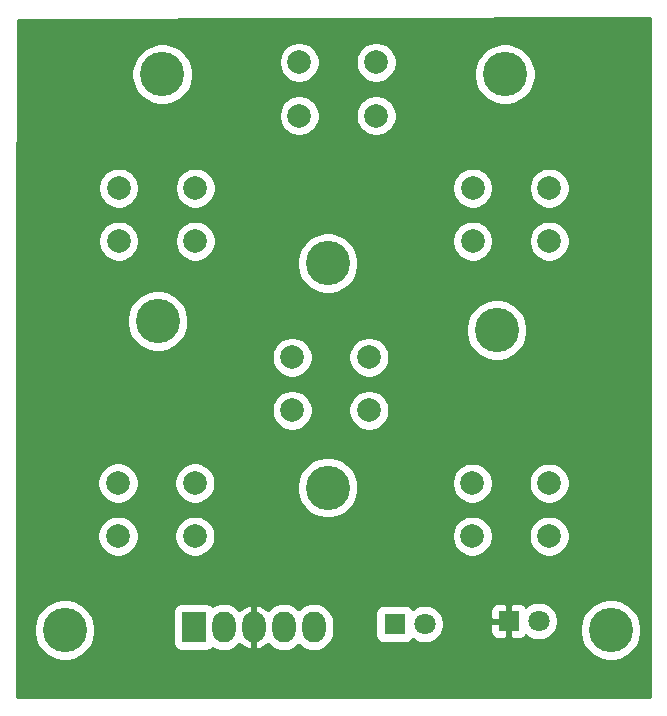
<source format=gbr>
G04 #@! TF.GenerationSoftware,KiCad,Pcbnew,5.1.2-f72e74a~84~ubuntu18.04.1*
G04 #@! TF.CreationDate,2019-09-12T15:37:42-03:00*
G04 #@! TF.ProjectId,teclado_contador_geiger,7465636c-6164-46f5-9f63-6f6e7461646f,rev?*
G04 #@! TF.SameCoordinates,Original*
G04 #@! TF.FileFunction,Copper,L1,Top*
G04 #@! TF.FilePolarity,Positive*
%FSLAX46Y46*%
G04 Gerber Fmt 4.6, Leading zero omitted, Abs format (unit mm)*
G04 Created by KiCad (PCBNEW 5.1.2-f72e74a~84~ubuntu18.04.1) date 2019-09-12 15:37:42*
%MOMM*%
%LPD*%
G04 APERTURE LIST*
%ADD10C,2.000000*%
%ADD11R,1.800000X1.800000*%
%ADD12C,1.800000*%
%ADD13R,2.000000X2.600000*%
%ADD14O,2.000000X2.600000*%
%ADD15C,3.746000*%
%ADD16C,0.254000*%
G04 APERTURE END LIST*
D10*
X135500000Y-75968000D03*
X135500000Y-80468000D03*
X129000000Y-75968000D03*
X129000000Y-80468000D03*
X150754000Y-86618000D03*
X150754000Y-91118000D03*
X144254000Y-86618000D03*
X144254000Y-91118000D03*
D11*
X137668000Y-98552000D03*
D12*
X140208000Y-98552000D03*
D10*
X114254000Y-91114000D03*
X114254000Y-86614000D03*
X120754000Y-91114000D03*
X120754000Y-86614000D03*
X144270000Y-66142000D03*
X144270000Y-61642000D03*
X150770000Y-66142000D03*
X150770000Y-61642000D03*
X129600000Y-55500000D03*
X129600000Y-51000000D03*
X136100000Y-55500000D03*
X136100000Y-51000000D03*
X114300000Y-66142000D03*
X114300000Y-61642000D03*
X120800000Y-66142000D03*
X120800000Y-61642000D03*
D11*
X147320000Y-98298000D03*
D12*
X149860000Y-98298000D03*
D13*
X120650000Y-98806000D03*
D14*
X123190000Y-98806000D03*
X125730000Y-98806000D03*
X128270000Y-98806000D03*
X130810000Y-98806000D03*
D15*
X109728000Y-99060000D03*
X132000000Y-68000000D03*
X147000000Y-52000000D03*
X155956000Y-99060000D03*
X117602000Y-72898000D03*
X146304000Y-73660000D03*
X118000000Y-52000000D03*
X132000000Y-87000000D03*
D16*
G36*
X159265001Y-104769000D02*
G01*
X105735000Y-104769000D01*
X105735000Y-98802977D01*
X107118400Y-98802977D01*
X107118400Y-99317023D01*
X107218685Y-99821192D01*
X107415402Y-100296109D01*
X107700991Y-100723523D01*
X108064477Y-101087009D01*
X108491891Y-101372598D01*
X108966808Y-101569315D01*
X109470977Y-101669600D01*
X109985023Y-101669600D01*
X110489192Y-101569315D01*
X110964109Y-101372598D01*
X111391523Y-101087009D01*
X111755009Y-100723523D01*
X112040598Y-100296109D01*
X112237315Y-99821192D01*
X112337600Y-99317023D01*
X112337600Y-98802977D01*
X112237315Y-98298808D01*
X112040598Y-97823891D01*
X111828190Y-97506000D01*
X118909836Y-97506000D01*
X118909836Y-100106000D01*
X118924058Y-100250399D01*
X118966178Y-100389249D01*
X119034576Y-100517213D01*
X119126625Y-100629375D01*
X119238787Y-100721424D01*
X119366751Y-100789822D01*
X119505601Y-100831942D01*
X119650000Y-100846164D01*
X121650000Y-100846164D01*
X121794399Y-100831942D01*
X121933249Y-100789822D01*
X122061213Y-100721424D01*
X122173375Y-100629375D01*
X122229087Y-100561490D01*
X122522218Y-100718172D01*
X122849568Y-100817472D01*
X123190000Y-100851002D01*
X123530433Y-100817472D01*
X123857783Y-100718172D01*
X124159471Y-100556916D01*
X124423903Y-100339903D01*
X124529126Y-100211688D01*
X124663683Y-100351922D01*
X124927239Y-100536010D01*
X125221645Y-100665144D01*
X125349566Y-100696124D01*
X125603000Y-100576777D01*
X125603000Y-98933000D01*
X125583000Y-98933000D01*
X125583000Y-98679000D01*
X125603000Y-98679000D01*
X125603000Y-97035223D01*
X125857000Y-97035223D01*
X125857000Y-98679000D01*
X125877000Y-98679000D01*
X125877000Y-98933000D01*
X125857000Y-98933000D01*
X125857000Y-100576777D01*
X126110434Y-100696124D01*
X126238355Y-100665144D01*
X126532761Y-100536010D01*
X126796317Y-100351922D01*
X126930874Y-100211688D01*
X127036097Y-100339903D01*
X127300530Y-100556916D01*
X127602218Y-100718172D01*
X127929568Y-100817472D01*
X128270000Y-100851002D01*
X128610433Y-100817472D01*
X128937783Y-100718172D01*
X129239471Y-100556916D01*
X129503903Y-100339903D01*
X129540000Y-100295919D01*
X129576097Y-100339903D01*
X129840530Y-100556916D01*
X130142218Y-100718172D01*
X130469568Y-100817472D01*
X130810000Y-100851002D01*
X131150433Y-100817472D01*
X131477783Y-100718172D01*
X131779471Y-100556916D01*
X132043903Y-100339903D01*
X132260916Y-100075471D01*
X132422172Y-99773783D01*
X132521472Y-99446432D01*
X132546600Y-99191305D01*
X132546600Y-98420694D01*
X132521472Y-98165567D01*
X132422172Y-97838217D01*
X132322637Y-97652000D01*
X136027836Y-97652000D01*
X136027836Y-99452000D01*
X136042058Y-99596399D01*
X136084178Y-99735249D01*
X136152576Y-99863213D01*
X136244625Y-99975375D01*
X136356787Y-100067424D01*
X136484751Y-100135822D01*
X136623601Y-100177942D01*
X136768000Y-100192164D01*
X138568000Y-100192164D01*
X138712399Y-100177942D01*
X138851249Y-100135822D01*
X138979213Y-100067424D01*
X139091375Y-99975375D01*
X139183424Y-99863213D01*
X139194251Y-99842957D01*
X139432779Y-100002336D01*
X139730621Y-100125707D01*
X140046809Y-100188600D01*
X140369191Y-100188600D01*
X140685379Y-100125707D01*
X140983221Y-100002336D01*
X141251272Y-99823230D01*
X141479230Y-99595272D01*
X141658336Y-99327221D01*
X141711861Y-99198000D01*
X145781928Y-99198000D01*
X145794188Y-99322482D01*
X145830498Y-99442180D01*
X145889463Y-99552494D01*
X145968815Y-99649185D01*
X146065506Y-99728537D01*
X146175820Y-99787502D01*
X146295518Y-99823812D01*
X146420000Y-99836072D01*
X147034250Y-99833000D01*
X147193000Y-99674250D01*
X147193000Y-98425000D01*
X145943750Y-98425000D01*
X145785000Y-98583750D01*
X145781928Y-99198000D01*
X141711861Y-99198000D01*
X141781707Y-99029379D01*
X141844600Y-98713191D01*
X141844600Y-98390809D01*
X141781707Y-98074621D01*
X141658336Y-97776779D01*
X141479230Y-97508728D01*
X141368502Y-97398000D01*
X145781928Y-97398000D01*
X145785000Y-98012250D01*
X145943750Y-98171000D01*
X147193000Y-98171000D01*
X147193000Y-96921750D01*
X147447000Y-96921750D01*
X147447000Y-98171000D01*
X147467000Y-98171000D01*
X147467000Y-98425000D01*
X147447000Y-98425000D01*
X147447000Y-99674250D01*
X147605750Y-99833000D01*
X148220000Y-99836072D01*
X148344482Y-99823812D01*
X148464180Y-99787502D01*
X148574494Y-99728537D01*
X148671185Y-99649185D01*
X148750537Y-99552494D01*
X148767764Y-99520266D01*
X148816728Y-99569230D01*
X149084779Y-99748336D01*
X149382621Y-99871707D01*
X149698809Y-99934600D01*
X150021191Y-99934600D01*
X150337379Y-99871707D01*
X150635221Y-99748336D01*
X150903272Y-99569230D01*
X151131230Y-99341272D01*
X151310336Y-99073221D01*
X151422275Y-98802977D01*
X153346400Y-98802977D01*
X153346400Y-99317023D01*
X153446685Y-99821192D01*
X153643402Y-100296109D01*
X153928991Y-100723523D01*
X154292477Y-101087009D01*
X154719891Y-101372598D01*
X155194808Y-101569315D01*
X155698977Y-101669600D01*
X156213023Y-101669600D01*
X156717192Y-101569315D01*
X157192109Y-101372598D01*
X157619523Y-101087009D01*
X157983009Y-100723523D01*
X158268598Y-100296109D01*
X158465315Y-99821192D01*
X158565600Y-99317023D01*
X158565600Y-98802977D01*
X158465315Y-98298808D01*
X158268598Y-97823891D01*
X157983009Y-97396477D01*
X157619523Y-97032991D01*
X157192109Y-96747402D01*
X156717192Y-96550685D01*
X156213023Y-96450400D01*
X155698977Y-96450400D01*
X155194808Y-96550685D01*
X154719891Y-96747402D01*
X154292477Y-97032991D01*
X153928991Y-97396477D01*
X153643402Y-97823891D01*
X153446685Y-98298808D01*
X153346400Y-98802977D01*
X151422275Y-98802977D01*
X151433707Y-98775379D01*
X151496600Y-98459191D01*
X151496600Y-98136809D01*
X151433707Y-97820621D01*
X151310336Y-97522779D01*
X151131230Y-97254728D01*
X150903272Y-97026770D01*
X150635221Y-96847664D01*
X150337379Y-96724293D01*
X150021191Y-96661400D01*
X149698809Y-96661400D01*
X149382621Y-96724293D01*
X149084779Y-96847664D01*
X148816728Y-97026770D01*
X148767764Y-97075734D01*
X148750537Y-97043506D01*
X148671185Y-96946815D01*
X148574494Y-96867463D01*
X148464180Y-96808498D01*
X148344482Y-96772188D01*
X148220000Y-96759928D01*
X147605750Y-96763000D01*
X147447000Y-96921750D01*
X147193000Y-96921750D01*
X147034250Y-96763000D01*
X146420000Y-96759928D01*
X146295518Y-96772188D01*
X146175820Y-96808498D01*
X146065506Y-96867463D01*
X145968815Y-96946815D01*
X145889463Y-97043506D01*
X145830498Y-97153820D01*
X145794188Y-97273518D01*
X145781928Y-97398000D01*
X141368502Y-97398000D01*
X141251272Y-97280770D01*
X140983221Y-97101664D01*
X140685379Y-96978293D01*
X140369191Y-96915400D01*
X140046809Y-96915400D01*
X139730621Y-96978293D01*
X139432779Y-97101664D01*
X139194251Y-97261043D01*
X139183424Y-97240787D01*
X139091375Y-97128625D01*
X138979213Y-97036576D01*
X138851249Y-96968178D01*
X138712399Y-96926058D01*
X138568000Y-96911836D01*
X136768000Y-96911836D01*
X136623601Y-96926058D01*
X136484751Y-96968178D01*
X136356787Y-97036576D01*
X136244625Y-97128625D01*
X136152576Y-97240787D01*
X136084178Y-97368751D01*
X136042058Y-97507601D01*
X136027836Y-97652000D01*
X132322637Y-97652000D01*
X132260916Y-97536529D01*
X132043903Y-97272097D01*
X131779470Y-97055084D01*
X131477782Y-96893828D01*
X131150432Y-96794528D01*
X130810000Y-96760998D01*
X130469567Y-96794528D01*
X130142217Y-96893828D01*
X129840529Y-97055084D01*
X129576097Y-97272097D01*
X129540000Y-97316082D01*
X129503903Y-97272097D01*
X129239470Y-97055084D01*
X128937782Y-96893828D01*
X128610432Y-96794528D01*
X128270000Y-96760998D01*
X127929567Y-96794528D01*
X127602217Y-96893828D01*
X127300529Y-97055084D01*
X127036097Y-97272097D01*
X126930874Y-97400312D01*
X126796317Y-97260078D01*
X126532761Y-97075990D01*
X126238355Y-96946856D01*
X126110434Y-96915876D01*
X125857000Y-97035223D01*
X125603000Y-97035223D01*
X125349566Y-96915876D01*
X125221645Y-96946856D01*
X124927239Y-97075990D01*
X124663683Y-97260078D01*
X124529126Y-97400312D01*
X124423903Y-97272097D01*
X124159470Y-97055084D01*
X123857782Y-96893828D01*
X123530432Y-96794528D01*
X123190000Y-96760998D01*
X122849567Y-96794528D01*
X122522217Y-96893828D01*
X122229087Y-97050510D01*
X122173375Y-96982625D01*
X122061213Y-96890576D01*
X121933249Y-96822178D01*
X121794399Y-96780058D01*
X121650000Y-96765836D01*
X119650000Y-96765836D01*
X119505601Y-96780058D01*
X119366751Y-96822178D01*
X119238787Y-96890576D01*
X119126625Y-96982625D01*
X119034576Y-97094787D01*
X118966178Y-97222751D01*
X118924058Y-97361601D01*
X118909836Y-97506000D01*
X111828190Y-97506000D01*
X111755009Y-97396477D01*
X111391523Y-97032991D01*
X110964109Y-96747402D01*
X110489192Y-96550685D01*
X109985023Y-96450400D01*
X109470977Y-96450400D01*
X108966808Y-96550685D01*
X108491891Y-96747402D01*
X108064477Y-97032991D01*
X107700991Y-97396477D01*
X107415402Y-97823891D01*
X107218685Y-98298808D01*
X107118400Y-98802977D01*
X105735000Y-98802977D01*
X105735000Y-90942960D01*
X112517400Y-90942960D01*
X112517400Y-91285040D01*
X112584136Y-91620548D01*
X112715045Y-91936589D01*
X112905094Y-92221018D01*
X113146982Y-92462906D01*
X113431411Y-92652955D01*
X113747452Y-92783864D01*
X114082960Y-92850600D01*
X114425040Y-92850600D01*
X114760548Y-92783864D01*
X115076589Y-92652955D01*
X115361018Y-92462906D01*
X115602906Y-92221018D01*
X115792955Y-91936589D01*
X115923864Y-91620548D01*
X115990600Y-91285040D01*
X115990600Y-90942960D01*
X119017400Y-90942960D01*
X119017400Y-91285040D01*
X119084136Y-91620548D01*
X119215045Y-91936589D01*
X119405094Y-92221018D01*
X119646982Y-92462906D01*
X119931411Y-92652955D01*
X120247452Y-92783864D01*
X120582960Y-92850600D01*
X120925040Y-92850600D01*
X121260548Y-92783864D01*
X121576589Y-92652955D01*
X121861018Y-92462906D01*
X122102906Y-92221018D01*
X122292955Y-91936589D01*
X122423864Y-91620548D01*
X122490600Y-91285040D01*
X122490600Y-90946960D01*
X142517400Y-90946960D01*
X142517400Y-91289040D01*
X142584136Y-91624548D01*
X142715045Y-91940589D01*
X142905094Y-92225018D01*
X143146982Y-92466906D01*
X143431411Y-92656955D01*
X143747452Y-92787864D01*
X144082960Y-92854600D01*
X144425040Y-92854600D01*
X144760548Y-92787864D01*
X145076589Y-92656955D01*
X145361018Y-92466906D01*
X145602906Y-92225018D01*
X145792955Y-91940589D01*
X145923864Y-91624548D01*
X145990600Y-91289040D01*
X145990600Y-90946960D01*
X149017400Y-90946960D01*
X149017400Y-91289040D01*
X149084136Y-91624548D01*
X149215045Y-91940589D01*
X149405094Y-92225018D01*
X149646982Y-92466906D01*
X149931411Y-92656955D01*
X150247452Y-92787864D01*
X150582960Y-92854600D01*
X150925040Y-92854600D01*
X151260548Y-92787864D01*
X151576589Y-92656955D01*
X151861018Y-92466906D01*
X152102906Y-92225018D01*
X152292955Y-91940589D01*
X152423864Y-91624548D01*
X152490600Y-91289040D01*
X152490600Y-90946960D01*
X152423864Y-90611452D01*
X152292955Y-90295411D01*
X152102906Y-90010982D01*
X151861018Y-89769094D01*
X151576589Y-89579045D01*
X151260548Y-89448136D01*
X150925040Y-89381400D01*
X150582960Y-89381400D01*
X150247452Y-89448136D01*
X149931411Y-89579045D01*
X149646982Y-89769094D01*
X149405094Y-90010982D01*
X149215045Y-90295411D01*
X149084136Y-90611452D01*
X149017400Y-90946960D01*
X145990600Y-90946960D01*
X145923864Y-90611452D01*
X145792955Y-90295411D01*
X145602906Y-90010982D01*
X145361018Y-89769094D01*
X145076589Y-89579045D01*
X144760548Y-89448136D01*
X144425040Y-89381400D01*
X144082960Y-89381400D01*
X143747452Y-89448136D01*
X143431411Y-89579045D01*
X143146982Y-89769094D01*
X142905094Y-90010982D01*
X142715045Y-90295411D01*
X142584136Y-90611452D01*
X142517400Y-90946960D01*
X122490600Y-90946960D01*
X122490600Y-90942960D01*
X122423864Y-90607452D01*
X122292955Y-90291411D01*
X122102906Y-90006982D01*
X121861018Y-89765094D01*
X121576589Y-89575045D01*
X121260548Y-89444136D01*
X120925040Y-89377400D01*
X120582960Y-89377400D01*
X120247452Y-89444136D01*
X119931411Y-89575045D01*
X119646982Y-89765094D01*
X119405094Y-90006982D01*
X119215045Y-90291411D01*
X119084136Y-90607452D01*
X119017400Y-90942960D01*
X115990600Y-90942960D01*
X115923864Y-90607452D01*
X115792955Y-90291411D01*
X115602906Y-90006982D01*
X115361018Y-89765094D01*
X115076589Y-89575045D01*
X114760548Y-89444136D01*
X114425040Y-89377400D01*
X114082960Y-89377400D01*
X113747452Y-89444136D01*
X113431411Y-89575045D01*
X113146982Y-89765094D01*
X112905094Y-90006982D01*
X112715045Y-90291411D01*
X112584136Y-90607452D01*
X112517400Y-90942960D01*
X105735000Y-90942960D01*
X105735000Y-86442960D01*
X112517400Y-86442960D01*
X112517400Y-86785040D01*
X112584136Y-87120548D01*
X112715045Y-87436589D01*
X112905094Y-87721018D01*
X113146982Y-87962906D01*
X113431411Y-88152955D01*
X113747452Y-88283864D01*
X114082960Y-88350600D01*
X114425040Y-88350600D01*
X114760548Y-88283864D01*
X115076589Y-88152955D01*
X115361018Y-87962906D01*
X115602906Y-87721018D01*
X115792955Y-87436589D01*
X115923864Y-87120548D01*
X115990600Y-86785040D01*
X115990600Y-86442960D01*
X119017400Y-86442960D01*
X119017400Y-86785040D01*
X119084136Y-87120548D01*
X119215045Y-87436589D01*
X119405094Y-87721018D01*
X119646982Y-87962906D01*
X119931411Y-88152955D01*
X120247452Y-88283864D01*
X120582960Y-88350600D01*
X120925040Y-88350600D01*
X121260548Y-88283864D01*
X121576589Y-88152955D01*
X121861018Y-87962906D01*
X122102906Y-87721018D01*
X122292955Y-87436589D01*
X122423864Y-87120548D01*
X122490600Y-86785040D01*
X122490600Y-86742977D01*
X129390400Y-86742977D01*
X129390400Y-87257023D01*
X129490685Y-87761192D01*
X129687402Y-88236109D01*
X129972991Y-88663523D01*
X130336477Y-89027009D01*
X130763891Y-89312598D01*
X131238808Y-89509315D01*
X131742977Y-89609600D01*
X132257023Y-89609600D01*
X132761192Y-89509315D01*
X133236109Y-89312598D01*
X133663523Y-89027009D01*
X134027009Y-88663523D01*
X134312598Y-88236109D01*
X134509315Y-87761192D01*
X134609600Y-87257023D01*
X134609600Y-86742977D01*
X134550719Y-86446960D01*
X142517400Y-86446960D01*
X142517400Y-86789040D01*
X142584136Y-87124548D01*
X142715045Y-87440589D01*
X142905094Y-87725018D01*
X143146982Y-87966906D01*
X143431411Y-88156955D01*
X143747452Y-88287864D01*
X144082960Y-88354600D01*
X144425040Y-88354600D01*
X144760548Y-88287864D01*
X145076589Y-88156955D01*
X145361018Y-87966906D01*
X145602906Y-87725018D01*
X145792955Y-87440589D01*
X145923864Y-87124548D01*
X145990600Y-86789040D01*
X145990600Y-86446960D01*
X149017400Y-86446960D01*
X149017400Y-86789040D01*
X149084136Y-87124548D01*
X149215045Y-87440589D01*
X149405094Y-87725018D01*
X149646982Y-87966906D01*
X149931411Y-88156955D01*
X150247452Y-88287864D01*
X150582960Y-88354600D01*
X150925040Y-88354600D01*
X151260548Y-88287864D01*
X151576589Y-88156955D01*
X151861018Y-87966906D01*
X152102906Y-87725018D01*
X152292955Y-87440589D01*
X152423864Y-87124548D01*
X152490600Y-86789040D01*
X152490600Y-86446960D01*
X152423864Y-86111452D01*
X152292955Y-85795411D01*
X152102906Y-85510982D01*
X151861018Y-85269094D01*
X151576589Y-85079045D01*
X151260548Y-84948136D01*
X150925040Y-84881400D01*
X150582960Y-84881400D01*
X150247452Y-84948136D01*
X149931411Y-85079045D01*
X149646982Y-85269094D01*
X149405094Y-85510982D01*
X149215045Y-85795411D01*
X149084136Y-86111452D01*
X149017400Y-86446960D01*
X145990600Y-86446960D01*
X145923864Y-86111452D01*
X145792955Y-85795411D01*
X145602906Y-85510982D01*
X145361018Y-85269094D01*
X145076589Y-85079045D01*
X144760548Y-84948136D01*
X144425040Y-84881400D01*
X144082960Y-84881400D01*
X143747452Y-84948136D01*
X143431411Y-85079045D01*
X143146982Y-85269094D01*
X142905094Y-85510982D01*
X142715045Y-85795411D01*
X142584136Y-86111452D01*
X142517400Y-86446960D01*
X134550719Y-86446960D01*
X134509315Y-86238808D01*
X134312598Y-85763891D01*
X134027009Y-85336477D01*
X133663523Y-84972991D01*
X133236109Y-84687402D01*
X132761192Y-84490685D01*
X132257023Y-84390400D01*
X131742977Y-84390400D01*
X131238808Y-84490685D01*
X130763891Y-84687402D01*
X130336477Y-84972991D01*
X129972991Y-85336477D01*
X129687402Y-85763891D01*
X129490685Y-86238808D01*
X129390400Y-86742977D01*
X122490600Y-86742977D01*
X122490600Y-86442960D01*
X122423864Y-86107452D01*
X122292955Y-85791411D01*
X122102906Y-85506982D01*
X121861018Y-85265094D01*
X121576589Y-85075045D01*
X121260548Y-84944136D01*
X120925040Y-84877400D01*
X120582960Y-84877400D01*
X120247452Y-84944136D01*
X119931411Y-85075045D01*
X119646982Y-85265094D01*
X119405094Y-85506982D01*
X119215045Y-85791411D01*
X119084136Y-86107452D01*
X119017400Y-86442960D01*
X115990600Y-86442960D01*
X115923864Y-86107452D01*
X115792955Y-85791411D01*
X115602906Y-85506982D01*
X115361018Y-85265094D01*
X115076589Y-85075045D01*
X114760548Y-84944136D01*
X114425040Y-84877400D01*
X114082960Y-84877400D01*
X113747452Y-84944136D01*
X113431411Y-85075045D01*
X113146982Y-85265094D01*
X112905094Y-85506982D01*
X112715045Y-85791411D01*
X112584136Y-86107452D01*
X112517400Y-86442960D01*
X105735000Y-86442960D01*
X105735000Y-80296960D01*
X127263400Y-80296960D01*
X127263400Y-80639040D01*
X127330136Y-80974548D01*
X127461045Y-81290589D01*
X127651094Y-81575018D01*
X127892982Y-81816906D01*
X128177411Y-82006955D01*
X128493452Y-82137864D01*
X128828960Y-82204600D01*
X129171040Y-82204600D01*
X129506548Y-82137864D01*
X129822589Y-82006955D01*
X130107018Y-81816906D01*
X130348906Y-81575018D01*
X130538955Y-81290589D01*
X130669864Y-80974548D01*
X130736600Y-80639040D01*
X130736600Y-80296960D01*
X133763400Y-80296960D01*
X133763400Y-80639040D01*
X133830136Y-80974548D01*
X133961045Y-81290589D01*
X134151094Y-81575018D01*
X134392982Y-81816906D01*
X134677411Y-82006955D01*
X134993452Y-82137864D01*
X135328960Y-82204600D01*
X135671040Y-82204600D01*
X136006548Y-82137864D01*
X136322589Y-82006955D01*
X136607018Y-81816906D01*
X136848906Y-81575018D01*
X137038955Y-81290589D01*
X137169864Y-80974548D01*
X137236600Y-80639040D01*
X137236600Y-80296960D01*
X137169864Y-79961452D01*
X137038955Y-79645411D01*
X136848906Y-79360982D01*
X136607018Y-79119094D01*
X136322589Y-78929045D01*
X136006548Y-78798136D01*
X135671040Y-78731400D01*
X135328960Y-78731400D01*
X134993452Y-78798136D01*
X134677411Y-78929045D01*
X134392982Y-79119094D01*
X134151094Y-79360982D01*
X133961045Y-79645411D01*
X133830136Y-79961452D01*
X133763400Y-80296960D01*
X130736600Y-80296960D01*
X130669864Y-79961452D01*
X130538955Y-79645411D01*
X130348906Y-79360982D01*
X130107018Y-79119094D01*
X129822589Y-78929045D01*
X129506548Y-78798136D01*
X129171040Y-78731400D01*
X128828960Y-78731400D01*
X128493452Y-78798136D01*
X128177411Y-78929045D01*
X127892982Y-79119094D01*
X127651094Y-79360982D01*
X127461045Y-79645411D01*
X127330136Y-79961452D01*
X127263400Y-80296960D01*
X105735000Y-80296960D01*
X105735000Y-75796960D01*
X127263400Y-75796960D01*
X127263400Y-76139040D01*
X127330136Y-76474548D01*
X127461045Y-76790589D01*
X127651094Y-77075018D01*
X127892982Y-77316906D01*
X128177411Y-77506955D01*
X128493452Y-77637864D01*
X128828960Y-77704600D01*
X129171040Y-77704600D01*
X129506548Y-77637864D01*
X129822589Y-77506955D01*
X130107018Y-77316906D01*
X130348906Y-77075018D01*
X130538955Y-76790589D01*
X130669864Y-76474548D01*
X130736600Y-76139040D01*
X130736600Y-75796960D01*
X133763400Y-75796960D01*
X133763400Y-76139040D01*
X133830136Y-76474548D01*
X133961045Y-76790589D01*
X134151094Y-77075018D01*
X134392982Y-77316906D01*
X134677411Y-77506955D01*
X134993452Y-77637864D01*
X135328960Y-77704600D01*
X135671040Y-77704600D01*
X136006548Y-77637864D01*
X136322589Y-77506955D01*
X136607018Y-77316906D01*
X136848906Y-77075018D01*
X137038955Y-76790589D01*
X137169864Y-76474548D01*
X137236600Y-76139040D01*
X137236600Y-75796960D01*
X137169864Y-75461452D01*
X137038955Y-75145411D01*
X136848906Y-74860982D01*
X136607018Y-74619094D01*
X136322589Y-74429045D01*
X136006548Y-74298136D01*
X135671040Y-74231400D01*
X135328960Y-74231400D01*
X134993452Y-74298136D01*
X134677411Y-74429045D01*
X134392982Y-74619094D01*
X134151094Y-74860982D01*
X133961045Y-75145411D01*
X133830136Y-75461452D01*
X133763400Y-75796960D01*
X130736600Y-75796960D01*
X130669864Y-75461452D01*
X130538955Y-75145411D01*
X130348906Y-74860982D01*
X130107018Y-74619094D01*
X129822589Y-74429045D01*
X129506548Y-74298136D01*
X129171040Y-74231400D01*
X128828960Y-74231400D01*
X128493452Y-74298136D01*
X128177411Y-74429045D01*
X127892982Y-74619094D01*
X127651094Y-74860982D01*
X127461045Y-75145411D01*
X127330136Y-75461452D01*
X127263400Y-75796960D01*
X105735000Y-75796960D01*
X105735000Y-72640977D01*
X114992400Y-72640977D01*
X114992400Y-73155023D01*
X115092685Y-73659192D01*
X115289402Y-74134109D01*
X115574991Y-74561523D01*
X115938477Y-74925009D01*
X116365891Y-75210598D01*
X116840808Y-75407315D01*
X117344977Y-75507600D01*
X117859023Y-75507600D01*
X118363192Y-75407315D01*
X118838109Y-75210598D01*
X119265523Y-74925009D01*
X119629009Y-74561523D01*
X119914598Y-74134109D01*
X120111315Y-73659192D01*
X120162279Y-73402977D01*
X143694400Y-73402977D01*
X143694400Y-73917023D01*
X143794685Y-74421192D01*
X143991402Y-74896109D01*
X144276991Y-75323523D01*
X144640477Y-75687009D01*
X145067891Y-75972598D01*
X145542808Y-76169315D01*
X146046977Y-76269600D01*
X146561023Y-76269600D01*
X147065192Y-76169315D01*
X147540109Y-75972598D01*
X147967523Y-75687009D01*
X148331009Y-75323523D01*
X148616598Y-74896109D01*
X148813315Y-74421192D01*
X148913600Y-73917023D01*
X148913600Y-73402977D01*
X148813315Y-72898808D01*
X148616598Y-72423891D01*
X148331009Y-71996477D01*
X147967523Y-71632991D01*
X147540109Y-71347402D01*
X147065192Y-71150685D01*
X146561023Y-71050400D01*
X146046977Y-71050400D01*
X145542808Y-71150685D01*
X145067891Y-71347402D01*
X144640477Y-71632991D01*
X144276991Y-71996477D01*
X143991402Y-72423891D01*
X143794685Y-72898808D01*
X143694400Y-73402977D01*
X120162279Y-73402977D01*
X120211600Y-73155023D01*
X120211600Y-72640977D01*
X120111315Y-72136808D01*
X119914598Y-71661891D01*
X119629009Y-71234477D01*
X119265523Y-70870991D01*
X118838109Y-70585402D01*
X118363192Y-70388685D01*
X117859023Y-70288400D01*
X117344977Y-70288400D01*
X116840808Y-70388685D01*
X116365891Y-70585402D01*
X115938477Y-70870991D01*
X115574991Y-71234477D01*
X115289402Y-71661891D01*
X115092685Y-72136808D01*
X114992400Y-72640977D01*
X105735000Y-72640977D01*
X105735000Y-65970960D01*
X112563400Y-65970960D01*
X112563400Y-66313040D01*
X112630136Y-66648548D01*
X112761045Y-66964589D01*
X112951094Y-67249018D01*
X113192982Y-67490906D01*
X113477411Y-67680955D01*
X113793452Y-67811864D01*
X114128960Y-67878600D01*
X114471040Y-67878600D01*
X114806548Y-67811864D01*
X115122589Y-67680955D01*
X115407018Y-67490906D01*
X115648906Y-67249018D01*
X115838955Y-66964589D01*
X115969864Y-66648548D01*
X116036600Y-66313040D01*
X116036600Y-65970960D01*
X119063400Y-65970960D01*
X119063400Y-66313040D01*
X119130136Y-66648548D01*
X119261045Y-66964589D01*
X119451094Y-67249018D01*
X119692982Y-67490906D01*
X119977411Y-67680955D01*
X120293452Y-67811864D01*
X120628960Y-67878600D01*
X120971040Y-67878600D01*
X121306548Y-67811864D01*
X121472855Y-67742977D01*
X129390400Y-67742977D01*
X129390400Y-68257023D01*
X129490685Y-68761192D01*
X129687402Y-69236109D01*
X129972991Y-69663523D01*
X130336477Y-70027009D01*
X130763891Y-70312598D01*
X131238808Y-70509315D01*
X131742977Y-70609600D01*
X132257023Y-70609600D01*
X132761192Y-70509315D01*
X133236109Y-70312598D01*
X133663523Y-70027009D01*
X134027009Y-69663523D01*
X134312598Y-69236109D01*
X134509315Y-68761192D01*
X134609600Y-68257023D01*
X134609600Y-67742977D01*
X134509315Y-67238808D01*
X134312598Y-66763891D01*
X134027009Y-66336477D01*
X133663523Y-65972991D01*
X133660484Y-65970960D01*
X142533400Y-65970960D01*
X142533400Y-66313040D01*
X142600136Y-66648548D01*
X142731045Y-66964589D01*
X142921094Y-67249018D01*
X143162982Y-67490906D01*
X143447411Y-67680955D01*
X143763452Y-67811864D01*
X144098960Y-67878600D01*
X144441040Y-67878600D01*
X144776548Y-67811864D01*
X145092589Y-67680955D01*
X145377018Y-67490906D01*
X145618906Y-67249018D01*
X145808955Y-66964589D01*
X145939864Y-66648548D01*
X146006600Y-66313040D01*
X146006600Y-65970960D01*
X149033400Y-65970960D01*
X149033400Y-66313040D01*
X149100136Y-66648548D01*
X149231045Y-66964589D01*
X149421094Y-67249018D01*
X149662982Y-67490906D01*
X149947411Y-67680955D01*
X150263452Y-67811864D01*
X150598960Y-67878600D01*
X150941040Y-67878600D01*
X151276548Y-67811864D01*
X151592589Y-67680955D01*
X151877018Y-67490906D01*
X152118906Y-67249018D01*
X152308955Y-66964589D01*
X152439864Y-66648548D01*
X152506600Y-66313040D01*
X152506600Y-65970960D01*
X152439864Y-65635452D01*
X152308955Y-65319411D01*
X152118906Y-65034982D01*
X151877018Y-64793094D01*
X151592589Y-64603045D01*
X151276548Y-64472136D01*
X150941040Y-64405400D01*
X150598960Y-64405400D01*
X150263452Y-64472136D01*
X149947411Y-64603045D01*
X149662982Y-64793094D01*
X149421094Y-65034982D01*
X149231045Y-65319411D01*
X149100136Y-65635452D01*
X149033400Y-65970960D01*
X146006600Y-65970960D01*
X145939864Y-65635452D01*
X145808955Y-65319411D01*
X145618906Y-65034982D01*
X145377018Y-64793094D01*
X145092589Y-64603045D01*
X144776548Y-64472136D01*
X144441040Y-64405400D01*
X144098960Y-64405400D01*
X143763452Y-64472136D01*
X143447411Y-64603045D01*
X143162982Y-64793094D01*
X142921094Y-65034982D01*
X142731045Y-65319411D01*
X142600136Y-65635452D01*
X142533400Y-65970960D01*
X133660484Y-65970960D01*
X133236109Y-65687402D01*
X132761192Y-65490685D01*
X132257023Y-65390400D01*
X131742977Y-65390400D01*
X131238808Y-65490685D01*
X130763891Y-65687402D01*
X130336477Y-65972991D01*
X129972991Y-66336477D01*
X129687402Y-66763891D01*
X129490685Y-67238808D01*
X129390400Y-67742977D01*
X121472855Y-67742977D01*
X121622589Y-67680955D01*
X121907018Y-67490906D01*
X122148906Y-67249018D01*
X122338955Y-66964589D01*
X122469864Y-66648548D01*
X122536600Y-66313040D01*
X122536600Y-65970960D01*
X122469864Y-65635452D01*
X122338955Y-65319411D01*
X122148906Y-65034982D01*
X121907018Y-64793094D01*
X121622589Y-64603045D01*
X121306548Y-64472136D01*
X120971040Y-64405400D01*
X120628960Y-64405400D01*
X120293452Y-64472136D01*
X119977411Y-64603045D01*
X119692982Y-64793094D01*
X119451094Y-65034982D01*
X119261045Y-65319411D01*
X119130136Y-65635452D01*
X119063400Y-65970960D01*
X116036600Y-65970960D01*
X115969864Y-65635452D01*
X115838955Y-65319411D01*
X115648906Y-65034982D01*
X115407018Y-64793094D01*
X115122589Y-64603045D01*
X114806548Y-64472136D01*
X114471040Y-64405400D01*
X114128960Y-64405400D01*
X113793452Y-64472136D01*
X113477411Y-64603045D01*
X113192982Y-64793094D01*
X112951094Y-65034982D01*
X112761045Y-65319411D01*
X112630136Y-65635452D01*
X112563400Y-65970960D01*
X105735000Y-65970960D01*
X105735000Y-61470960D01*
X112563400Y-61470960D01*
X112563400Y-61813040D01*
X112630136Y-62148548D01*
X112761045Y-62464589D01*
X112951094Y-62749018D01*
X113192982Y-62990906D01*
X113477411Y-63180955D01*
X113793452Y-63311864D01*
X114128960Y-63378600D01*
X114471040Y-63378600D01*
X114806548Y-63311864D01*
X115122589Y-63180955D01*
X115407018Y-62990906D01*
X115648906Y-62749018D01*
X115838955Y-62464589D01*
X115969864Y-62148548D01*
X116036600Y-61813040D01*
X116036600Y-61470960D01*
X119063400Y-61470960D01*
X119063400Y-61813040D01*
X119130136Y-62148548D01*
X119261045Y-62464589D01*
X119451094Y-62749018D01*
X119692982Y-62990906D01*
X119977411Y-63180955D01*
X120293452Y-63311864D01*
X120628960Y-63378600D01*
X120971040Y-63378600D01*
X121306548Y-63311864D01*
X121622589Y-63180955D01*
X121907018Y-62990906D01*
X122148906Y-62749018D01*
X122338955Y-62464589D01*
X122469864Y-62148548D01*
X122536600Y-61813040D01*
X122536600Y-61470960D01*
X142533400Y-61470960D01*
X142533400Y-61813040D01*
X142600136Y-62148548D01*
X142731045Y-62464589D01*
X142921094Y-62749018D01*
X143162982Y-62990906D01*
X143447411Y-63180955D01*
X143763452Y-63311864D01*
X144098960Y-63378600D01*
X144441040Y-63378600D01*
X144776548Y-63311864D01*
X145092589Y-63180955D01*
X145377018Y-62990906D01*
X145618906Y-62749018D01*
X145808955Y-62464589D01*
X145939864Y-62148548D01*
X146006600Y-61813040D01*
X146006600Y-61470960D01*
X149033400Y-61470960D01*
X149033400Y-61813040D01*
X149100136Y-62148548D01*
X149231045Y-62464589D01*
X149421094Y-62749018D01*
X149662982Y-62990906D01*
X149947411Y-63180955D01*
X150263452Y-63311864D01*
X150598960Y-63378600D01*
X150941040Y-63378600D01*
X151276548Y-63311864D01*
X151592589Y-63180955D01*
X151877018Y-62990906D01*
X152118906Y-62749018D01*
X152308955Y-62464589D01*
X152439864Y-62148548D01*
X152506600Y-61813040D01*
X152506600Y-61470960D01*
X152439864Y-61135452D01*
X152308955Y-60819411D01*
X152118906Y-60534982D01*
X151877018Y-60293094D01*
X151592589Y-60103045D01*
X151276548Y-59972136D01*
X150941040Y-59905400D01*
X150598960Y-59905400D01*
X150263452Y-59972136D01*
X149947411Y-60103045D01*
X149662982Y-60293094D01*
X149421094Y-60534982D01*
X149231045Y-60819411D01*
X149100136Y-61135452D01*
X149033400Y-61470960D01*
X146006600Y-61470960D01*
X145939864Y-61135452D01*
X145808955Y-60819411D01*
X145618906Y-60534982D01*
X145377018Y-60293094D01*
X145092589Y-60103045D01*
X144776548Y-59972136D01*
X144441040Y-59905400D01*
X144098960Y-59905400D01*
X143763452Y-59972136D01*
X143447411Y-60103045D01*
X143162982Y-60293094D01*
X142921094Y-60534982D01*
X142731045Y-60819411D01*
X142600136Y-61135452D01*
X142533400Y-61470960D01*
X122536600Y-61470960D01*
X122469864Y-61135452D01*
X122338955Y-60819411D01*
X122148906Y-60534982D01*
X121907018Y-60293094D01*
X121622589Y-60103045D01*
X121306548Y-59972136D01*
X120971040Y-59905400D01*
X120628960Y-59905400D01*
X120293452Y-59972136D01*
X119977411Y-60103045D01*
X119692982Y-60293094D01*
X119451094Y-60534982D01*
X119261045Y-60819411D01*
X119130136Y-61135452D01*
X119063400Y-61470960D01*
X116036600Y-61470960D01*
X115969864Y-61135452D01*
X115838955Y-60819411D01*
X115648906Y-60534982D01*
X115407018Y-60293094D01*
X115122589Y-60103045D01*
X114806548Y-59972136D01*
X114471040Y-59905400D01*
X114128960Y-59905400D01*
X113793452Y-59972136D01*
X113477411Y-60103045D01*
X113192982Y-60293094D01*
X112951094Y-60534982D01*
X112761045Y-60819411D01*
X112630136Y-61135452D01*
X112563400Y-61470960D01*
X105735000Y-61470960D01*
X105735000Y-60012270D01*
X105755540Y-55328960D01*
X127863400Y-55328960D01*
X127863400Y-55671040D01*
X127930136Y-56006548D01*
X128061045Y-56322589D01*
X128251094Y-56607018D01*
X128492982Y-56848906D01*
X128777411Y-57038955D01*
X129093452Y-57169864D01*
X129428960Y-57236600D01*
X129771040Y-57236600D01*
X130106548Y-57169864D01*
X130422589Y-57038955D01*
X130707018Y-56848906D01*
X130948906Y-56607018D01*
X131138955Y-56322589D01*
X131269864Y-56006548D01*
X131336600Y-55671040D01*
X131336600Y-55328960D01*
X134363400Y-55328960D01*
X134363400Y-55671040D01*
X134430136Y-56006548D01*
X134561045Y-56322589D01*
X134751094Y-56607018D01*
X134992982Y-56848906D01*
X135277411Y-57038955D01*
X135593452Y-57169864D01*
X135928960Y-57236600D01*
X136271040Y-57236600D01*
X136606548Y-57169864D01*
X136922589Y-57038955D01*
X137207018Y-56848906D01*
X137448906Y-56607018D01*
X137638955Y-56322589D01*
X137769864Y-56006548D01*
X137836600Y-55671040D01*
X137836600Y-55328960D01*
X137769864Y-54993452D01*
X137638955Y-54677411D01*
X137448906Y-54392982D01*
X137207018Y-54151094D01*
X136922589Y-53961045D01*
X136606548Y-53830136D01*
X136271040Y-53763400D01*
X135928960Y-53763400D01*
X135593452Y-53830136D01*
X135277411Y-53961045D01*
X134992982Y-54151094D01*
X134751094Y-54392982D01*
X134561045Y-54677411D01*
X134430136Y-54993452D01*
X134363400Y-55328960D01*
X131336600Y-55328960D01*
X131269864Y-54993452D01*
X131138955Y-54677411D01*
X130948906Y-54392982D01*
X130707018Y-54151094D01*
X130422589Y-53961045D01*
X130106548Y-53830136D01*
X129771040Y-53763400D01*
X129428960Y-53763400D01*
X129093452Y-53830136D01*
X128777411Y-53961045D01*
X128492982Y-54151094D01*
X128251094Y-54392982D01*
X128061045Y-54677411D01*
X127930136Y-54993452D01*
X127863400Y-55328960D01*
X105755540Y-55328960D01*
X105771268Y-51742977D01*
X115390400Y-51742977D01*
X115390400Y-52257023D01*
X115490685Y-52761192D01*
X115687402Y-53236109D01*
X115972991Y-53663523D01*
X116336477Y-54027009D01*
X116763891Y-54312598D01*
X117238808Y-54509315D01*
X117742977Y-54609600D01*
X118257023Y-54609600D01*
X118761192Y-54509315D01*
X119236109Y-54312598D01*
X119663523Y-54027009D01*
X120027009Y-53663523D01*
X120312598Y-53236109D01*
X120509315Y-52761192D01*
X120609600Y-52257023D01*
X120609600Y-51742977D01*
X120509315Y-51238808D01*
X120339551Y-50828960D01*
X127863400Y-50828960D01*
X127863400Y-51171040D01*
X127930136Y-51506548D01*
X128061045Y-51822589D01*
X128251094Y-52107018D01*
X128492982Y-52348906D01*
X128777411Y-52538955D01*
X129093452Y-52669864D01*
X129428960Y-52736600D01*
X129771040Y-52736600D01*
X130106548Y-52669864D01*
X130422589Y-52538955D01*
X130707018Y-52348906D01*
X130948906Y-52107018D01*
X131138955Y-51822589D01*
X131269864Y-51506548D01*
X131336600Y-51171040D01*
X131336600Y-50828960D01*
X134363400Y-50828960D01*
X134363400Y-51171040D01*
X134430136Y-51506548D01*
X134561045Y-51822589D01*
X134751094Y-52107018D01*
X134992982Y-52348906D01*
X135277411Y-52538955D01*
X135593452Y-52669864D01*
X135928960Y-52736600D01*
X136271040Y-52736600D01*
X136606548Y-52669864D01*
X136922589Y-52538955D01*
X137207018Y-52348906D01*
X137448906Y-52107018D01*
X137638955Y-51822589D01*
X137671931Y-51742977D01*
X144390400Y-51742977D01*
X144390400Y-52257023D01*
X144490685Y-52761192D01*
X144687402Y-53236109D01*
X144972991Y-53663523D01*
X145336477Y-54027009D01*
X145763891Y-54312598D01*
X146238808Y-54509315D01*
X146742977Y-54609600D01*
X147257023Y-54609600D01*
X147761192Y-54509315D01*
X148236109Y-54312598D01*
X148663523Y-54027009D01*
X149027009Y-53663523D01*
X149312598Y-53236109D01*
X149509315Y-52761192D01*
X149609600Y-52257023D01*
X149609600Y-51742977D01*
X149509315Y-51238808D01*
X149312598Y-50763891D01*
X149027009Y-50336477D01*
X148663523Y-49972991D01*
X148236109Y-49687402D01*
X147761192Y-49490685D01*
X147257023Y-49390400D01*
X146742977Y-49390400D01*
X146238808Y-49490685D01*
X145763891Y-49687402D01*
X145336477Y-49972991D01*
X144972991Y-50336477D01*
X144687402Y-50763891D01*
X144490685Y-51238808D01*
X144390400Y-51742977D01*
X137671931Y-51742977D01*
X137769864Y-51506548D01*
X137836600Y-51171040D01*
X137836600Y-50828960D01*
X137769864Y-50493452D01*
X137638955Y-50177411D01*
X137448906Y-49892982D01*
X137207018Y-49651094D01*
X136922589Y-49461045D01*
X136606548Y-49330136D01*
X136271040Y-49263400D01*
X135928960Y-49263400D01*
X135593452Y-49330136D01*
X135277411Y-49461045D01*
X134992982Y-49651094D01*
X134751094Y-49892982D01*
X134561045Y-50177411D01*
X134430136Y-50493452D01*
X134363400Y-50828960D01*
X131336600Y-50828960D01*
X131269864Y-50493452D01*
X131138955Y-50177411D01*
X130948906Y-49892982D01*
X130707018Y-49651094D01*
X130422589Y-49461045D01*
X130106548Y-49330136D01*
X129771040Y-49263400D01*
X129428960Y-49263400D01*
X129093452Y-49330136D01*
X128777411Y-49461045D01*
X128492982Y-49651094D01*
X128251094Y-49892982D01*
X128061045Y-50177411D01*
X127930136Y-50493452D01*
X127863400Y-50828960D01*
X120339551Y-50828960D01*
X120312598Y-50763891D01*
X120027009Y-50336477D01*
X119663523Y-49972991D01*
X119236109Y-49687402D01*
X118761192Y-49490685D01*
X118257023Y-49390400D01*
X117742977Y-49390400D01*
X117238808Y-49490685D01*
X116763891Y-49687402D01*
X116336477Y-49972991D01*
X115972991Y-50336477D01*
X115687402Y-50763891D01*
X115490685Y-51238808D01*
X115390400Y-51742977D01*
X105771268Y-51742977D01*
X105790445Y-47370762D01*
X159265000Y-47269819D01*
X159265001Y-104769000D01*
X159265001Y-104769000D01*
G37*
X159265001Y-104769000D02*
X105735000Y-104769000D01*
X105735000Y-98802977D01*
X107118400Y-98802977D01*
X107118400Y-99317023D01*
X107218685Y-99821192D01*
X107415402Y-100296109D01*
X107700991Y-100723523D01*
X108064477Y-101087009D01*
X108491891Y-101372598D01*
X108966808Y-101569315D01*
X109470977Y-101669600D01*
X109985023Y-101669600D01*
X110489192Y-101569315D01*
X110964109Y-101372598D01*
X111391523Y-101087009D01*
X111755009Y-100723523D01*
X112040598Y-100296109D01*
X112237315Y-99821192D01*
X112337600Y-99317023D01*
X112337600Y-98802977D01*
X112237315Y-98298808D01*
X112040598Y-97823891D01*
X111828190Y-97506000D01*
X118909836Y-97506000D01*
X118909836Y-100106000D01*
X118924058Y-100250399D01*
X118966178Y-100389249D01*
X119034576Y-100517213D01*
X119126625Y-100629375D01*
X119238787Y-100721424D01*
X119366751Y-100789822D01*
X119505601Y-100831942D01*
X119650000Y-100846164D01*
X121650000Y-100846164D01*
X121794399Y-100831942D01*
X121933249Y-100789822D01*
X122061213Y-100721424D01*
X122173375Y-100629375D01*
X122229087Y-100561490D01*
X122522218Y-100718172D01*
X122849568Y-100817472D01*
X123190000Y-100851002D01*
X123530433Y-100817472D01*
X123857783Y-100718172D01*
X124159471Y-100556916D01*
X124423903Y-100339903D01*
X124529126Y-100211688D01*
X124663683Y-100351922D01*
X124927239Y-100536010D01*
X125221645Y-100665144D01*
X125349566Y-100696124D01*
X125603000Y-100576777D01*
X125603000Y-98933000D01*
X125583000Y-98933000D01*
X125583000Y-98679000D01*
X125603000Y-98679000D01*
X125603000Y-97035223D01*
X125857000Y-97035223D01*
X125857000Y-98679000D01*
X125877000Y-98679000D01*
X125877000Y-98933000D01*
X125857000Y-98933000D01*
X125857000Y-100576777D01*
X126110434Y-100696124D01*
X126238355Y-100665144D01*
X126532761Y-100536010D01*
X126796317Y-100351922D01*
X126930874Y-100211688D01*
X127036097Y-100339903D01*
X127300530Y-100556916D01*
X127602218Y-100718172D01*
X127929568Y-100817472D01*
X128270000Y-100851002D01*
X128610433Y-100817472D01*
X128937783Y-100718172D01*
X129239471Y-100556916D01*
X129503903Y-100339903D01*
X129540000Y-100295919D01*
X129576097Y-100339903D01*
X129840530Y-100556916D01*
X130142218Y-100718172D01*
X130469568Y-100817472D01*
X130810000Y-100851002D01*
X131150433Y-100817472D01*
X131477783Y-100718172D01*
X131779471Y-100556916D01*
X132043903Y-100339903D01*
X132260916Y-100075471D01*
X132422172Y-99773783D01*
X132521472Y-99446432D01*
X132546600Y-99191305D01*
X132546600Y-98420694D01*
X132521472Y-98165567D01*
X132422172Y-97838217D01*
X132322637Y-97652000D01*
X136027836Y-97652000D01*
X136027836Y-99452000D01*
X136042058Y-99596399D01*
X136084178Y-99735249D01*
X136152576Y-99863213D01*
X136244625Y-99975375D01*
X136356787Y-100067424D01*
X136484751Y-100135822D01*
X136623601Y-100177942D01*
X136768000Y-100192164D01*
X138568000Y-100192164D01*
X138712399Y-100177942D01*
X138851249Y-100135822D01*
X138979213Y-100067424D01*
X139091375Y-99975375D01*
X139183424Y-99863213D01*
X139194251Y-99842957D01*
X139432779Y-100002336D01*
X139730621Y-100125707D01*
X140046809Y-100188600D01*
X140369191Y-100188600D01*
X140685379Y-100125707D01*
X140983221Y-100002336D01*
X141251272Y-99823230D01*
X141479230Y-99595272D01*
X141658336Y-99327221D01*
X141711861Y-99198000D01*
X145781928Y-99198000D01*
X145794188Y-99322482D01*
X145830498Y-99442180D01*
X145889463Y-99552494D01*
X145968815Y-99649185D01*
X146065506Y-99728537D01*
X146175820Y-99787502D01*
X146295518Y-99823812D01*
X146420000Y-99836072D01*
X147034250Y-99833000D01*
X147193000Y-99674250D01*
X147193000Y-98425000D01*
X145943750Y-98425000D01*
X145785000Y-98583750D01*
X145781928Y-99198000D01*
X141711861Y-99198000D01*
X141781707Y-99029379D01*
X141844600Y-98713191D01*
X141844600Y-98390809D01*
X141781707Y-98074621D01*
X141658336Y-97776779D01*
X141479230Y-97508728D01*
X141368502Y-97398000D01*
X145781928Y-97398000D01*
X145785000Y-98012250D01*
X145943750Y-98171000D01*
X147193000Y-98171000D01*
X147193000Y-96921750D01*
X147447000Y-96921750D01*
X147447000Y-98171000D01*
X147467000Y-98171000D01*
X147467000Y-98425000D01*
X147447000Y-98425000D01*
X147447000Y-99674250D01*
X147605750Y-99833000D01*
X148220000Y-99836072D01*
X148344482Y-99823812D01*
X148464180Y-99787502D01*
X148574494Y-99728537D01*
X148671185Y-99649185D01*
X148750537Y-99552494D01*
X148767764Y-99520266D01*
X148816728Y-99569230D01*
X149084779Y-99748336D01*
X149382621Y-99871707D01*
X149698809Y-99934600D01*
X150021191Y-99934600D01*
X150337379Y-99871707D01*
X150635221Y-99748336D01*
X150903272Y-99569230D01*
X151131230Y-99341272D01*
X151310336Y-99073221D01*
X151422275Y-98802977D01*
X153346400Y-98802977D01*
X153346400Y-99317023D01*
X153446685Y-99821192D01*
X153643402Y-100296109D01*
X153928991Y-100723523D01*
X154292477Y-101087009D01*
X154719891Y-101372598D01*
X155194808Y-101569315D01*
X155698977Y-101669600D01*
X156213023Y-101669600D01*
X156717192Y-101569315D01*
X157192109Y-101372598D01*
X157619523Y-101087009D01*
X157983009Y-100723523D01*
X158268598Y-100296109D01*
X158465315Y-99821192D01*
X158565600Y-99317023D01*
X158565600Y-98802977D01*
X158465315Y-98298808D01*
X158268598Y-97823891D01*
X157983009Y-97396477D01*
X157619523Y-97032991D01*
X157192109Y-96747402D01*
X156717192Y-96550685D01*
X156213023Y-96450400D01*
X155698977Y-96450400D01*
X155194808Y-96550685D01*
X154719891Y-96747402D01*
X154292477Y-97032991D01*
X153928991Y-97396477D01*
X153643402Y-97823891D01*
X153446685Y-98298808D01*
X153346400Y-98802977D01*
X151422275Y-98802977D01*
X151433707Y-98775379D01*
X151496600Y-98459191D01*
X151496600Y-98136809D01*
X151433707Y-97820621D01*
X151310336Y-97522779D01*
X151131230Y-97254728D01*
X150903272Y-97026770D01*
X150635221Y-96847664D01*
X150337379Y-96724293D01*
X150021191Y-96661400D01*
X149698809Y-96661400D01*
X149382621Y-96724293D01*
X149084779Y-96847664D01*
X148816728Y-97026770D01*
X148767764Y-97075734D01*
X148750537Y-97043506D01*
X148671185Y-96946815D01*
X148574494Y-96867463D01*
X148464180Y-96808498D01*
X148344482Y-96772188D01*
X148220000Y-96759928D01*
X147605750Y-96763000D01*
X147447000Y-96921750D01*
X147193000Y-96921750D01*
X147034250Y-96763000D01*
X146420000Y-96759928D01*
X146295518Y-96772188D01*
X146175820Y-96808498D01*
X146065506Y-96867463D01*
X145968815Y-96946815D01*
X145889463Y-97043506D01*
X145830498Y-97153820D01*
X145794188Y-97273518D01*
X145781928Y-97398000D01*
X141368502Y-97398000D01*
X141251272Y-97280770D01*
X140983221Y-97101664D01*
X140685379Y-96978293D01*
X140369191Y-96915400D01*
X140046809Y-96915400D01*
X139730621Y-96978293D01*
X139432779Y-97101664D01*
X139194251Y-97261043D01*
X139183424Y-97240787D01*
X139091375Y-97128625D01*
X138979213Y-97036576D01*
X138851249Y-96968178D01*
X138712399Y-96926058D01*
X138568000Y-96911836D01*
X136768000Y-96911836D01*
X136623601Y-96926058D01*
X136484751Y-96968178D01*
X136356787Y-97036576D01*
X136244625Y-97128625D01*
X136152576Y-97240787D01*
X136084178Y-97368751D01*
X136042058Y-97507601D01*
X136027836Y-97652000D01*
X132322637Y-97652000D01*
X132260916Y-97536529D01*
X132043903Y-97272097D01*
X131779470Y-97055084D01*
X131477782Y-96893828D01*
X131150432Y-96794528D01*
X130810000Y-96760998D01*
X130469567Y-96794528D01*
X130142217Y-96893828D01*
X129840529Y-97055084D01*
X129576097Y-97272097D01*
X129540000Y-97316082D01*
X129503903Y-97272097D01*
X129239470Y-97055084D01*
X128937782Y-96893828D01*
X128610432Y-96794528D01*
X128270000Y-96760998D01*
X127929567Y-96794528D01*
X127602217Y-96893828D01*
X127300529Y-97055084D01*
X127036097Y-97272097D01*
X126930874Y-97400312D01*
X126796317Y-97260078D01*
X126532761Y-97075990D01*
X126238355Y-96946856D01*
X126110434Y-96915876D01*
X125857000Y-97035223D01*
X125603000Y-97035223D01*
X125349566Y-96915876D01*
X125221645Y-96946856D01*
X124927239Y-97075990D01*
X124663683Y-97260078D01*
X124529126Y-97400312D01*
X124423903Y-97272097D01*
X124159470Y-97055084D01*
X123857782Y-96893828D01*
X123530432Y-96794528D01*
X123190000Y-96760998D01*
X122849567Y-96794528D01*
X122522217Y-96893828D01*
X122229087Y-97050510D01*
X122173375Y-96982625D01*
X122061213Y-96890576D01*
X121933249Y-96822178D01*
X121794399Y-96780058D01*
X121650000Y-96765836D01*
X119650000Y-96765836D01*
X119505601Y-96780058D01*
X119366751Y-96822178D01*
X119238787Y-96890576D01*
X119126625Y-96982625D01*
X119034576Y-97094787D01*
X118966178Y-97222751D01*
X118924058Y-97361601D01*
X118909836Y-97506000D01*
X111828190Y-97506000D01*
X111755009Y-97396477D01*
X111391523Y-97032991D01*
X110964109Y-96747402D01*
X110489192Y-96550685D01*
X109985023Y-96450400D01*
X109470977Y-96450400D01*
X108966808Y-96550685D01*
X108491891Y-96747402D01*
X108064477Y-97032991D01*
X107700991Y-97396477D01*
X107415402Y-97823891D01*
X107218685Y-98298808D01*
X107118400Y-98802977D01*
X105735000Y-98802977D01*
X105735000Y-90942960D01*
X112517400Y-90942960D01*
X112517400Y-91285040D01*
X112584136Y-91620548D01*
X112715045Y-91936589D01*
X112905094Y-92221018D01*
X113146982Y-92462906D01*
X113431411Y-92652955D01*
X113747452Y-92783864D01*
X114082960Y-92850600D01*
X114425040Y-92850600D01*
X114760548Y-92783864D01*
X115076589Y-92652955D01*
X115361018Y-92462906D01*
X115602906Y-92221018D01*
X115792955Y-91936589D01*
X115923864Y-91620548D01*
X115990600Y-91285040D01*
X115990600Y-90942960D01*
X119017400Y-90942960D01*
X119017400Y-91285040D01*
X119084136Y-91620548D01*
X119215045Y-91936589D01*
X119405094Y-92221018D01*
X119646982Y-92462906D01*
X119931411Y-92652955D01*
X120247452Y-92783864D01*
X120582960Y-92850600D01*
X120925040Y-92850600D01*
X121260548Y-92783864D01*
X121576589Y-92652955D01*
X121861018Y-92462906D01*
X122102906Y-92221018D01*
X122292955Y-91936589D01*
X122423864Y-91620548D01*
X122490600Y-91285040D01*
X122490600Y-90946960D01*
X142517400Y-90946960D01*
X142517400Y-91289040D01*
X142584136Y-91624548D01*
X142715045Y-91940589D01*
X142905094Y-92225018D01*
X143146982Y-92466906D01*
X143431411Y-92656955D01*
X143747452Y-92787864D01*
X144082960Y-92854600D01*
X144425040Y-92854600D01*
X144760548Y-92787864D01*
X145076589Y-92656955D01*
X145361018Y-92466906D01*
X145602906Y-92225018D01*
X145792955Y-91940589D01*
X145923864Y-91624548D01*
X145990600Y-91289040D01*
X145990600Y-90946960D01*
X149017400Y-90946960D01*
X149017400Y-91289040D01*
X149084136Y-91624548D01*
X149215045Y-91940589D01*
X149405094Y-92225018D01*
X149646982Y-92466906D01*
X149931411Y-92656955D01*
X150247452Y-92787864D01*
X150582960Y-92854600D01*
X150925040Y-92854600D01*
X151260548Y-92787864D01*
X151576589Y-92656955D01*
X151861018Y-92466906D01*
X152102906Y-92225018D01*
X152292955Y-91940589D01*
X152423864Y-91624548D01*
X152490600Y-91289040D01*
X152490600Y-90946960D01*
X152423864Y-90611452D01*
X152292955Y-90295411D01*
X152102906Y-90010982D01*
X151861018Y-89769094D01*
X151576589Y-89579045D01*
X151260548Y-89448136D01*
X150925040Y-89381400D01*
X150582960Y-89381400D01*
X150247452Y-89448136D01*
X149931411Y-89579045D01*
X149646982Y-89769094D01*
X149405094Y-90010982D01*
X149215045Y-90295411D01*
X149084136Y-90611452D01*
X149017400Y-90946960D01*
X145990600Y-90946960D01*
X145923864Y-90611452D01*
X145792955Y-90295411D01*
X145602906Y-90010982D01*
X145361018Y-89769094D01*
X145076589Y-89579045D01*
X144760548Y-89448136D01*
X144425040Y-89381400D01*
X144082960Y-89381400D01*
X143747452Y-89448136D01*
X143431411Y-89579045D01*
X143146982Y-89769094D01*
X142905094Y-90010982D01*
X142715045Y-90295411D01*
X142584136Y-90611452D01*
X142517400Y-90946960D01*
X122490600Y-90946960D01*
X122490600Y-90942960D01*
X122423864Y-90607452D01*
X122292955Y-90291411D01*
X122102906Y-90006982D01*
X121861018Y-89765094D01*
X121576589Y-89575045D01*
X121260548Y-89444136D01*
X120925040Y-89377400D01*
X120582960Y-89377400D01*
X120247452Y-89444136D01*
X119931411Y-89575045D01*
X119646982Y-89765094D01*
X119405094Y-90006982D01*
X119215045Y-90291411D01*
X119084136Y-90607452D01*
X119017400Y-90942960D01*
X115990600Y-90942960D01*
X115923864Y-90607452D01*
X115792955Y-90291411D01*
X115602906Y-90006982D01*
X115361018Y-89765094D01*
X115076589Y-89575045D01*
X114760548Y-89444136D01*
X114425040Y-89377400D01*
X114082960Y-89377400D01*
X113747452Y-89444136D01*
X113431411Y-89575045D01*
X113146982Y-89765094D01*
X112905094Y-90006982D01*
X112715045Y-90291411D01*
X112584136Y-90607452D01*
X112517400Y-90942960D01*
X105735000Y-90942960D01*
X105735000Y-86442960D01*
X112517400Y-86442960D01*
X112517400Y-86785040D01*
X112584136Y-87120548D01*
X112715045Y-87436589D01*
X112905094Y-87721018D01*
X113146982Y-87962906D01*
X113431411Y-88152955D01*
X113747452Y-88283864D01*
X114082960Y-88350600D01*
X114425040Y-88350600D01*
X114760548Y-88283864D01*
X115076589Y-88152955D01*
X115361018Y-87962906D01*
X115602906Y-87721018D01*
X115792955Y-87436589D01*
X115923864Y-87120548D01*
X115990600Y-86785040D01*
X115990600Y-86442960D01*
X119017400Y-86442960D01*
X119017400Y-86785040D01*
X119084136Y-87120548D01*
X119215045Y-87436589D01*
X119405094Y-87721018D01*
X119646982Y-87962906D01*
X119931411Y-88152955D01*
X120247452Y-88283864D01*
X120582960Y-88350600D01*
X120925040Y-88350600D01*
X121260548Y-88283864D01*
X121576589Y-88152955D01*
X121861018Y-87962906D01*
X122102906Y-87721018D01*
X122292955Y-87436589D01*
X122423864Y-87120548D01*
X122490600Y-86785040D01*
X122490600Y-86742977D01*
X129390400Y-86742977D01*
X129390400Y-87257023D01*
X129490685Y-87761192D01*
X129687402Y-88236109D01*
X129972991Y-88663523D01*
X130336477Y-89027009D01*
X130763891Y-89312598D01*
X131238808Y-89509315D01*
X131742977Y-89609600D01*
X132257023Y-89609600D01*
X132761192Y-89509315D01*
X133236109Y-89312598D01*
X133663523Y-89027009D01*
X134027009Y-88663523D01*
X134312598Y-88236109D01*
X134509315Y-87761192D01*
X134609600Y-87257023D01*
X134609600Y-86742977D01*
X134550719Y-86446960D01*
X142517400Y-86446960D01*
X142517400Y-86789040D01*
X142584136Y-87124548D01*
X142715045Y-87440589D01*
X142905094Y-87725018D01*
X143146982Y-87966906D01*
X143431411Y-88156955D01*
X143747452Y-88287864D01*
X144082960Y-88354600D01*
X144425040Y-88354600D01*
X144760548Y-88287864D01*
X145076589Y-88156955D01*
X145361018Y-87966906D01*
X145602906Y-87725018D01*
X145792955Y-87440589D01*
X145923864Y-87124548D01*
X145990600Y-86789040D01*
X145990600Y-86446960D01*
X149017400Y-86446960D01*
X149017400Y-86789040D01*
X149084136Y-87124548D01*
X149215045Y-87440589D01*
X149405094Y-87725018D01*
X149646982Y-87966906D01*
X149931411Y-88156955D01*
X150247452Y-88287864D01*
X150582960Y-88354600D01*
X150925040Y-88354600D01*
X151260548Y-88287864D01*
X151576589Y-88156955D01*
X151861018Y-87966906D01*
X152102906Y-87725018D01*
X152292955Y-87440589D01*
X152423864Y-87124548D01*
X152490600Y-86789040D01*
X152490600Y-86446960D01*
X152423864Y-86111452D01*
X152292955Y-85795411D01*
X152102906Y-85510982D01*
X151861018Y-85269094D01*
X151576589Y-85079045D01*
X151260548Y-84948136D01*
X150925040Y-84881400D01*
X150582960Y-84881400D01*
X150247452Y-84948136D01*
X149931411Y-85079045D01*
X149646982Y-85269094D01*
X149405094Y-85510982D01*
X149215045Y-85795411D01*
X149084136Y-86111452D01*
X149017400Y-86446960D01*
X145990600Y-86446960D01*
X145923864Y-86111452D01*
X145792955Y-85795411D01*
X145602906Y-85510982D01*
X145361018Y-85269094D01*
X145076589Y-85079045D01*
X144760548Y-84948136D01*
X144425040Y-84881400D01*
X144082960Y-84881400D01*
X143747452Y-84948136D01*
X143431411Y-85079045D01*
X143146982Y-85269094D01*
X142905094Y-85510982D01*
X142715045Y-85795411D01*
X142584136Y-86111452D01*
X142517400Y-86446960D01*
X134550719Y-86446960D01*
X134509315Y-86238808D01*
X134312598Y-85763891D01*
X134027009Y-85336477D01*
X133663523Y-84972991D01*
X133236109Y-84687402D01*
X132761192Y-84490685D01*
X132257023Y-84390400D01*
X131742977Y-84390400D01*
X131238808Y-84490685D01*
X130763891Y-84687402D01*
X130336477Y-84972991D01*
X129972991Y-85336477D01*
X129687402Y-85763891D01*
X129490685Y-86238808D01*
X129390400Y-86742977D01*
X122490600Y-86742977D01*
X122490600Y-86442960D01*
X122423864Y-86107452D01*
X122292955Y-85791411D01*
X122102906Y-85506982D01*
X121861018Y-85265094D01*
X121576589Y-85075045D01*
X121260548Y-84944136D01*
X120925040Y-84877400D01*
X120582960Y-84877400D01*
X120247452Y-84944136D01*
X119931411Y-85075045D01*
X119646982Y-85265094D01*
X119405094Y-85506982D01*
X119215045Y-85791411D01*
X119084136Y-86107452D01*
X119017400Y-86442960D01*
X115990600Y-86442960D01*
X115923864Y-86107452D01*
X115792955Y-85791411D01*
X115602906Y-85506982D01*
X115361018Y-85265094D01*
X115076589Y-85075045D01*
X114760548Y-84944136D01*
X114425040Y-84877400D01*
X114082960Y-84877400D01*
X113747452Y-84944136D01*
X113431411Y-85075045D01*
X113146982Y-85265094D01*
X112905094Y-85506982D01*
X112715045Y-85791411D01*
X112584136Y-86107452D01*
X112517400Y-86442960D01*
X105735000Y-86442960D01*
X105735000Y-80296960D01*
X127263400Y-80296960D01*
X127263400Y-80639040D01*
X127330136Y-80974548D01*
X127461045Y-81290589D01*
X127651094Y-81575018D01*
X127892982Y-81816906D01*
X128177411Y-82006955D01*
X128493452Y-82137864D01*
X128828960Y-82204600D01*
X129171040Y-82204600D01*
X129506548Y-82137864D01*
X129822589Y-82006955D01*
X130107018Y-81816906D01*
X130348906Y-81575018D01*
X130538955Y-81290589D01*
X130669864Y-80974548D01*
X130736600Y-80639040D01*
X130736600Y-80296960D01*
X133763400Y-80296960D01*
X133763400Y-80639040D01*
X133830136Y-80974548D01*
X133961045Y-81290589D01*
X134151094Y-81575018D01*
X134392982Y-81816906D01*
X134677411Y-82006955D01*
X134993452Y-82137864D01*
X135328960Y-82204600D01*
X135671040Y-82204600D01*
X136006548Y-82137864D01*
X136322589Y-82006955D01*
X136607018Y-81816906D01*
X136848906Y-81575018D01*
X137038955Y-81290589D01*
X137169864Y-80974548D01*
X137236600Y-80639040D01*
X137236600Y-80296960D01*
X137169864Y-79961452D01*
X137038955Y-79645411D01*
X136848906Y-79360982D01*
X136607018Y-79119094D01*
X136322589Y-78929045D01*
X136006548Y-78798136D01*
X135671040Y-78731400D01*
X135328960Y-78731400D01*
X134993452Y-78798136D01*
X134677411Y-78929045D01*
X134392982Y-79119094D01*
X134151094Y-79360982D01*
X133961045Y-79645411D01*
X133830136Y-79961452D01*
X133763400Y-80296960D01*
X130736600Y-80296960D01*
X130669864Y-79961452D01*
X130538955Y-79645411D01*
X130348906Y-79360982D01*
X130107018Y-79119094D01*
X129822589Y-78929045D01*
X129506548Y-78798136D01*
X129171040Y-78731400D01*
X128828960Y-78731400D01*
X128493452Y-78798136D01*
X128177411Y-78929045D01*
X127892982Y-79119094D01*
X127651094Y-79360982D01*
X127461045Y-79645411D01*
X127330136Y-79961452D01*
X127263400Y-80296960D01*
X105735000Y-80296960D01*
X105735000Y-75796960D01*
X127263400Y-75796960D01*
X127263400Y-76139040D01*
X127330136Y-76474548D01*
X127461045Y-76790589D01*
X127651094Y-77075018D01*
X127892982Y-77316906D01*
X128177411Y-77506955D01*
X128493452Y-77637864D01*
X128828960Y-77704600D01*
X129171040Y-77704600D01*
X129506548Y-77637864D01*
X129822589Y-77506955D01*
X130107018Y-77316906D01*
X130348906Y-77075018D01*
X130538955Y-76790589D01*
X130669864Y-76474548D01*
X130736600Y-76139040D01*
X130736600Y-75796960D01*
X133763400Y-75796960D01*
X133763400Y-76139040D01*
X133830136Y-76474548D01*
X133961045Y-76790589D01*
X134151094Y-77075018D01*
X134392982Y-77316906D01*
X134677411Y-77506955D01*
X134993452Y-77637864D01*
X135328960Y-77704600D01*
X135671040Y-77704600D01*
X136006548Y-77637864D01*
X136322589Y-77506955D01*
X136607018Y-77316906D01*
X136848906Y-77075018D01*
X137038955Y-76790589D01*
X137169864Y-76474548D01*
X137236600Y-76139040D01*
X137236600Y-75796960D01*
X137169864Y-75461452D01*
X137038955Y-75145411D01*
X136848906Y-74860982D01*
X136607018Y-74619094D01*
X136322589Y-74429045D01*
X136006548Y-74298136D01*
X135671040Y-74231400D01*
X135328960Y-74231400D01*
X134993452Y-74298136D01*
X134677411Y-74429045D01*
X134392982Y-74619094D01*
X134151094Y-74860982D01*
X133961045Y-75145411D01*
X133830136Y-75461452D01*
X133763400Y-75796960D01*
X130736600Y-75796960D01*
X130669864Y-75461452D01*
X130538955Y-75145411D01*
X130348906Y-74860982D01*
X130107018Y-74619094D01*
X129822589Y-74429045D01*
X129506548Y-74298136D01*
X129171040Y-74231400D01*
X128828960Y-74231400D01*
X128493452Y-74298136D01*
X128177411Y-74429045D01*
X127892982Y-74619094D01*
X127651094Y-74860982D01*
X127461045Y-75145411D01*
X127330136Y-75461452D01*
X127263400Y-75796960D01*
X105735000Y-75796960D01*
X105735000Y-72640977D01*
X114992400Y-72640977D01*
X114992400Y-73155023D01*
X115092685Y-73659192D01*
X115289402Y-74134109D01*
X115574991Y-74561523D01*
X115938477Y-74925009D01*
X116365891Y-75210598D01*
X116840808Y-75407315D01*
X117344977Y-75507600D01*
X117859023Y-75507600D01*
X118363192Y-75407315D01*
X118838109Y-75210598D01*
X119265523Y-74925009D01*
X119629009Y-74561523D01*
X119914598Y-74134109D01*
X120111315Y-73659192D01*
X120162279Y-73402977D01*
X143694400Y-73402977D01*
X143694400Y-73917023D01*
X143794685Y-74421192D01*
X143991402Y-74896109D01*
X144276991Y-75323523D01*
X144640477Y-75687009D01*
X145067891Y-75972598D01*
X145542808Y-76169315D01*
X146046977Y-76269600D01*
X146561023Y-76269600D01*
X147065192Y-76169315D01*
X147540109Y-75972598D01*
X147967523Y-75687009D01*
X148331009Y-75323523D01*
X148616598Y-74896109D01*
X148813315Y-74421192D01*
X148913600Y-73917023D01*
X148913600Y-73402977D01*
X148813315Y-72898808D01*
X148616598Y-72423891D01*
X148331009Y-71996477D01*
X147967523Y-71632991D01*
X147540109Y-71347402D01*
X147065192Y-71150685D01*
X146561023Y-71050400D01*
X146046977Y-71050400D01*
X145542808Y-71150685D01*
X145067891Y-71347402D01*
X144640477Y-71632991D01*
X144276991Y-71996477D01*
X143991402Y-72423891D01*
X143794685Y-72898808D01*
X143694400Y-73402977D01*
X120162279Y-73402977D01*
X120211600Y-73155023D01*
X120211600Y-72640977D01*
X120111315Y-72136808D01*
X119914598Y-71661891D01*
X119629009Y-71234477D01*
X119265523Y-70870991D01*
X118838109Y-70585402D01*
X118363192Y-70388685D01*
X117859023Y-70288400D01*
X117344977Y-70288400D01*
X116840808Y-70388685D01*
X116365891Y-70585402D01*
X115938477Y-70870991D01*
X115574991Y-71234477D01*
X115289402Y-71661891D01*
X115092685Y-72136808D01*
X114992400Y-72640977D01*
X105735000Y-72640977D01*
X105735000Y-65970960D01*
X112563400Y-65970960D01*
X112563400Y-66313040D01*
X112630136Y-66648548D01*
X112761045Y-66964589D01*
X112951094Y-67249018D01*
X113192982Y-67490906D01*
X113477411Y-67680955D01*
X113793452Y-67811864D01*
X114128960Y-67878600D01*
X114471040Y-67878600D01*
X114806548Y-67811864D01*
X115122589Y-67680955D01*
X115407018Y-67490906D01*
X115648906Y-67249018D01*
X115838955Y-66964589D01*
X115969864Y-66648548D01*
X116036600Y-66313040D01*
X116036600Y-65970960D01*
X119063400Y-65970960D01*
X119063400Y-66313040D01*
X119130136Y-66648548D01*
X119261045Y-66964589D01*
X119451094Y-67249018D01*
X119692982Y-67490906D01*
X119977411Y-67680955D01*
X120293452Y-67811864D01*
X120628960Y-67878600D01*
X120971040Y-67878600D01*
X121306548Y-67811864D01*
X121472855Y-67742977D01*
X129390400Y-67742977D01*
X129390400Y-68257023D01*
X129490685Y-68761192D01*
X129687402Y-69236109D01*
X129972991Y-69663523D01*
X130336477Y-70027009D01*
X130763891Y-70312598D01*
X131238808Y-70509315D01*
X131742977Y-70609600D01*
X132257023Y-70609600D01*
X132761192Y-70509315D01*
X133236109Y-70312598D01*
X133663523Y-70027009D01*
X134027009Y-69663523D01*
X134312598Y-69236109D01*
X134509315Y-68761192D01*
X134609600Y-68257023D01*
X134609600Y-67742977D01*
X134509315Y-67238808D01*
X134312598Y-66763891D01*
X134027009Y-66336477D01*
X133663523Y-65972991D01*
X133660484Y-65970960D01*
X142533400Y-65970960D01*
X142533400Y-66313040D01*
X142600136Y-66648548D01*
X142731045Y-66964589D01*
X142921094Y-67249018D01*
X143162982Y-67490906D01*
X143447411Y-67680955D01*
X143763452Y-67811864D01*
X144098960Y-67878600D01*
X144441040Y-67878600D01*
X144776548Y-67811864D01*
X145092589Y-67680955D01*
X145377018Y-67490906D01*
X145618906Y-67249018D01*
X145808955Y-66964589D01*
X145939864Y-66648548D01*
X146006600Y-66313040D01*
X146006600Y-65970960D01*
X149033400Y-65970960D01*
X149033400Y-66313040D01*
X149100136Y-66648548D01*
X149231045Y-66964589D01*
X149421094Y-67249018D01*
X149662982Y-67490906D01*
X149947411Y-67680955D01*
X150263452Y-67811864D01*
X150598960Y-67878600D01*
X150941040Y-67878600D01*
X151276548Y-67811864D01*
X151592589Y-67680955D01*
X151877018Y-67490906D01*
X152118906Y-67249018D01*
X152308955Y-66964589D01*
X152439864Y-66648548D01*
X152506600Y-66313040D01*
X152506600Y-65970960D01*
X152439864Y-65635452D01*
X152308955Y-65319411D01*
X152118906Y-65034982D01*
X151877018Y-64793094D01*
X151592589Y-64603045D01*
X151276548Y-64472136D01*
X150941040Y-64405400D01*
X150598960Y-64405400D01*
X150263452Y-64472136D01*
X149947411Y-64603045D01*
X149662982Y-64793094D01*
X149421094Y-65034982D01*
X149231045Y-65319411D01*
X149100136Y-65635452D01*
X149033400Y-65970960D01*
X146006600Y-65970960D01*
X145939864Y-65635452D01*
X145808955Y-65319411D01*
X145618906Y-65034982D01*
X145377018Y-64793094D01*
X145092589Y-64603045D01*
X144776548Y-64472136D01*
X144441040Y-64405400D01*
X144098960Y-64405400D01*
X143763452Y-64472136D01*
X143447411Y-64603045D01*
X143162982Y-64793094D01*
X142921094Y-65034982D01*
X142731045Y-65319411D01*
X142600136Y-65635452D01*
X142533400Y-65970960D01*
X133660484Y-65970960D01*
X133236109Y-65687402D01*
X132761192Y-65490685D01*
X132257023Y-65390400D01*
X131742977Y-65390400D01*
X131238808Y-65490685D01*
X130763891Y-65687402D01*
X130336477Y-65972991D01*
X129972991Y-66336477D01*
X129687402Y-66763891D01*
X129490685Y-67238808D01*
X129390400Y-67742977D01*
X121472855Y-67742977D01*
X121622589Y-67680955D01*
X121907018Y-67490906D01*
X122148906Y-67249018D01*
X122338955Y-66964589D01*
X122469864Y-66648548D01*
X122536600Y-66313040D01*
X122536600Y-65970960D01*
X122469864Y-65635452D01*
X122338955Y-65319411D01*
X122148906Y-65034982D01*
X121907018Y-64793094D01*
X121622589Y-64603045D01*
X121306548Y-64472136D01*
X120971040Y-64405400D01*
X120628960Y-64405400D01*
X120293452Y-64472136D01*
X119977411Y-64603045D01*
X119692982Y-64793094D01*
X119451094Y-65034982D01*
X119261045Y-65319411D01*
X119130136Y-65635452D01*
X119063400Y-65970960D01*
X116036600Y-65970960D01*
X115969864Y-65635452D01*
X115838955Y-65319411D01*
X115648906Y-65034982D01*
X115407018Y-64793094D01*
X115122589Y-64603045D01*
X114806548Y-64472136D01*
X114471040Y-64405400D01*
X114128960Y-64405400D01*
X113793452Y-64472136D01*
X113477411Y-64603045D01*
X113192982Y-64793094D01*
X112951094Y-65034982D01*
X112761045Y-65319411D01*
X112630136Y-65635452D01*
X112563400Y-65970960D01*
X105735000Y-65970960D01*
X105735000Y-61470960D01*
X112563400Y-61470960D01*
X112563400Y-61813040D01*
X112630136Y-62148548D01*
X112761045Y-62464589D01*
X112951094Y-62749018D01*
X113192982Y-62990906D01*
X113477411Y-63180955D01*
X113793452Y-63311864D01*
X114128960Y-63378600D01*
X114471040Y-63378600D01*
X114806548Y-63311864D01*
X115122589Y-63180955D01*
X115407018Y-62990906D01*
X115648906Y-62749018D01*
X115838955Y-62464589D01*
X115969864Y-62148548D01*
X116036600Y-61813040D01*
X116036600Y-61470960D01*
X119063400Y-61470960D01*
X119063400Y-61813040D01*
X119130136Y-62148548D01*
X119261045Y-62464589D01*
X119451094Y-62749018D01*
X119692982Y-62990906D01*
X119977411Y-63180955D01*
X120293452Y-63311864D01*
X120628960Y-63378600D01*
X120971040Y-63378600D01*
X121306548Y-63311864D01*
X121622589Y-63180955D01*
X121907018Y-62990906D01*
X122148906Y-62749018D01*
X122338955Y-62464589D01*
X122469864Y-62148548D01*
X122536600Y-61813040D01*
X122536600Y-61470960D01*
X142533400Y-61470960D01*
X142533400Y-61813040D01*
X142600136Y-62148548D01*
X142731045Y-62464589D01*
X142921094Y-62749018D01*
X143162982Y-62990906D01*
X143447411Y-63180955D01*
X143763452Y-63311864D01*
X144098960Y-63378600D01*
X144441040Y-63378600D01*
X144776548Y-63311864D01*
X145092589Y-63180955D01*
X145377018Y-62990906D01*
X145618906Y-62749018D01*
X145808955Y-62464589D01*
X145939864Y-62148548D01*
X146006600Y-61813040D01*
X146006600Y-61470960D01*
X149033400Y-61470960D01*
X149033400Y-61813040D01*
X149100136Y-62148548D01*
X149231045Y-62464589D01*
X149421094Y-62749018D01*
X149662982Y-62990906D01*
X149947411Y-63180955D01*
X150263452Y-63311864D01*
X150598960Y-63378600D01*
X150941040Y-63378600D01*
X151276548Y-63311864D01*
X151592589Y-63180955D01*
X151877018Y-62990906D01*
X152118906Y-62749018D01*
X152308955Y-62464589D01*
X152439864Y-62148548D01*
X152506600Y-61813040D01*
X152506600Y-61470960D01*
X152439864Y-61135452D01*
X152308955Y-60819411D01*
X152118906Y-60534982D01*
X151877018Y-60293094D01*
X151592589Y-60103045D01*
X151276548Y-59972136D01*
X150941040Y-59905400D01*
X150598960Y-59905400D01*
X150263452Y-59972136D01*
X149947411Y-60103045D01*
X149662982Y-60293094D01*
X149421094Y-60534982D01*
X149231045Y-60819411D01*
X149100136Y-61135452D01*
X149033400Y-61470960D01*
X146006600Y-61470960D01*
X145939864Y-61135452D01*
X145808955Y-60819411D01*
X145618906Y-60534982D01*
X145377018Y-60293094D01*
X145092589Y-60103045D01*
X144776548Y-59972136D01*
X144441040Y-59905400D01*
X144098960Y-59905400D01*
X143763452Y-59972136D01*
X143447411Y-60103045D01*
X143162982Y-60293094D01*
X142921094Y-60534982D01*
X142731045Y-60819411D01*
X142600136Y-61135452D01*
X142533400Y-61470960D01*
X122536600Y-61470960D01*
X122469864Y-61135452D01*
X122338955Y-60819411D01*
X122148906Y-60534982D01*
X121907018Y-60293094D01*
X121622589Y-60103045D01*
X121306548Y-59972136D01*
X120971040Y-59905400D01*
X120628960Y-59905400D01*
X120293452Y-59972136D01*
X119977411Y-60103045D01*
X119692982Y-60293094D01*
X119451094Y-60534982D01*
X119261045Y-60819411D01*
X119130136Y-61135452D01*
X119063400Y-61470960D01*
X116036600Y-61470960D01*
X115969864Y-61135452D01*
X115838955Y-60819411D01*
X115648906Y-60534982D01*
X115407018Y-60293094D01*
X115122589Y-60103045D01*
X114806548Y-59972136D01*
X114471040Y-59905400D01*
X114128960Y-59905400D01*
X113793452Y-59972136D01*
X113477411Y-60103045D01*
X113192982Y-60293094D01*
X112951094Y-60534982D01*
X112761045Y-60819411D01*
X112630136Y-61135452D01*
X112563400Y-61470960D01*
X105735000Y-61470960D01*
X105735000Y-60012270D01*
X105755540Y-55328960D01*
X127863400Y-55328960D01*
X127863400Y-55671040D01*
X127930136Y-56006548D01*
X128061045Y-56322589D01*
X128251094Y-56607018D01*
X128492982Y-56848906D01*
X128777411Y-57038955D01*
X129093452Y-57169864D01*
X129428960Y-57236600D01*
X129771040Y-57236600D01*
X130106548Y-57169864D01*
X130422589Y-57038955D01*
X130707018Y-56848906D01*
X130948906Y-56607018D01*
X131138955Y-56322589D01*
X131269864Y-56006548D01*
X131336600Y-55671040D01*
X131336600Y-55328960D01*
X134363400Y-55328960D01*
X134363400Y-55671040D01*
X134430136Y-56006548D01*
X134561045Y-56322589D01*
X134751094Y-56607018D01*
X134992982Y-56848906D01*
X135277411Y-57038955D01*
X135593452Y-57169864D01*
X135928960Y-57236600D01*
X136271040Y-57236600D01*
X136606548Y-57169864D01*
X136922589Y-57038955D01*
X137207018Y-56848906D01*
X137448906Y-56607018D01*
X137638955Y-56322589D01*
X137769864Y-56006548D01*
X137836600Y-55671040D01*
X137836600Y-55328960D01*
X137769864Y-54993452D01*
X137638955Y-54677411D01*
X137448906Y-54392982D01*
X137207018Y-54151094D01*
X136922589Y-53961045D01*
X136606548Y-53830136D01*
X136271040Y-53763400D01*
X135928960Y-53763400D01*
X135593452Y-53830136D01*
X135277411Y-53961045D01*
X134992982Y-54151094D01*
X134751094Y-54392982D01*
X134561045Y-54677411D01*
X134430136Y-54993452D01*
X134363400Y-55328960D01*
X131336600Y-55328960D01*
X131269864Y-54993452D01*
X131138955Y-54677411D01*
X130948906Y-54392982D01*
X130707018Y-54151094D01*
X130422589Y-53961045D01*
X130106548Y-53830136D01*
X129771040Y-53763400D01*
X129428960Y-53763400D01*
X129093452Y-53830136D01*
X128777411Y-53961045D01*
X128492982Y-54151094D01*
X128251094Y-54392982D01*
X128061045Y-54677411D01*
X127930136Y-54993452D01*
X127863400Y-55328960D01*
X105755540Y-55328960D01*
X105771268Y-51742977D01*
X115390400Y-51742977D01*
X115390400Y-52257023D01*
X115490685Y-52761192D01*
X115687402Y-53236109D01*
X115972991Y-53663523D01*
X116336477Y-54027009D01*
X116763891Y-54312598D01*
X117238808Y-54509315D01*
X117742977Y-54609600D01*
X118257023Y-54609600D01*
X118761192Y-54509315D01*
X119236109Y-54312598D01*
X119663523Y-54027009D01*
X120027009Y-53663523D01*
X120312598Y-53236109D01*
X120509315Y-52761192D01*
X120609600Y-52257023D01*
X120609600Y-51742977D01*
X120509315Y-51238808D01*
X120339551Y-50828960D01*
X127863400Y-50828960D01*
X127863400Y-51171040D01*
X127930136Y-51506548D01*
X128061045Y-51822589D01*
X128251094Y-52107018D01*
X128492982Y-52348906D01*
X128777411Y-52538955D01*
X129093452Y-52669864D01*
X129428960Y-52736600D01*
X129771040Y-52736600D01*
X130106548Y-52669864D01*
X130422589Y-52538955D01*
X130707018Y-52348906D01*
X130948906Y-52107018D01*
X131138955Y-51822589D01*
X131269864Y-51506548D01*
X131336600Y-51171040D01*
X131336600Y-50828960D01*
X134363400Y-50828960D01*
X134363400Y-51171040D01*
X134430136Y-51506548D01*
X134561045Y-51822589D01*
X134751094Y-52107018D01*
X134992982Y-52348906D01*
X135277411Y-52538955D01*
X135593452Y-52669864D01*
X135928960Y-52736600D01*
X136271040Y-52736600D01*
X136606548Y-52669864D01*
X136922589Y-52538955D01*
X137207018Y-52348906D01*
X137448906Y-52107018D01*
X137638955Y-51822589D01*
X137671931Y-51742977D01*
X144390400Y-51742977D01*
X144390400Y-52257023D01*
X144490685Y-52761192D01*
X144687402Y-53236109D01*
X144972991Y-53663523D01*
X145336477Y-54027009D01*
X145763891Y-54312598D01*
X146238808Y-54509315D01*
X146742977Y-54609600D01*
X147257023Y-54609600D01*
X147761192Y-54509315D01*
X148236109Y-54312598D01*
X148663523Y-54027009D01*
X149027009Y-53663523D01*
X149312598Y-53236109D01*
X149509315Y-52761192D01*
X149609600Y-52257023D01*
X149609600Y-51742977D01*
X149509315Y-51238808D01*
X149312598Y-50763891D01*
X149027009Y-50336477D01*
X148663523Y-49972991D01*
X148236109Y-49687402D01*
X147761192Y-49490685D01*
X147257023Y-49390400D01*
X146742977Y-49390400D01*
X146238808Y-49490685D01*
X145763891Y-49687402D01*
X145336477Y-49972991D01*
X144972991Y-50336477D01*
X144687402Y-50763891D01*
X144490685Y-51238808D01*
X144390400Y-51742977D01*
X137671931Y-51742977D01*
X137769864Y-51506548D01*
X137836600Y-51171040D01*
X137836600Y-50828960D01*
X137769864Y-50493452D01*
X137638955Y-50177411D01*
X137448906Y-49892982D01*
X137207018Y-49651094D01*
X136922589Y-49461045D01*
X136606548Y-49330136D01*
X136271040Y-49263400D01*
X135928960Y-49263400D01*
X135593452Y-49330136D01*
X135277411Y-49461045D01*
X134992982Y-49651094D01*
X134751094Y-49892982D01*
X134561045Y-50177411D01*
X134430136Y-50493452D01*
X134363400Y-50828960D01*
X131336600Y-50828960D01*
X131269864Y-50493452D01*
X131138955Y-50177411D01*
X130948906Y-49892982D01*
X130707018Y-49651094D01*
X130422589Y-49461045D01*
X130106548Y-49330136D01*
X129771040Y-49263400D01*
X129428960Y-49263400D01*
X129093452Y-49330136D01*
X128777411Y-49461045D01*
X128492982Y-49651094D01*
X128251094Y-49892982D01*
X128061045Y-50177411D01*
X127930136Y-50493452D01*
X127863400Y-50828960D01*
X120339551Y-50828960D01*
X120312598Y-50763891D01*
X120027009Y-50336477D01*
X119663523Y-49972991D01*
X119236109Y-49687402D01*
X118761192Y-49490685D01*
X118257023Y-49390400D01*
X117742977Y-49390400D01*
X117238808Y-49490685D01*
X116763891Y-49687402D01*
X116336477Y-49972991D01*
X115972991Y-50336477D01*
X115687402Y-50763891D01*
X115490685Y-51238808D01*
X115390400Y-51742977D01*
X105771268Y-51742977D01*
X105790445Y-47370762D01*
X159265000Y-47269819D01*
X159265001Y-104769000D01*
M02*

</source>
